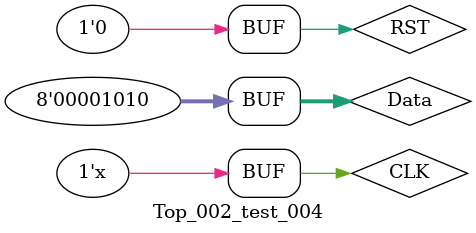
<source format=v>
`timescale 1ns / 1ps


module Top_002_test_004;

	// Inputs
	reg CLK;
	reg RST;
	reg [7:0] Data;

	// Outputs
	wire [7:0] Dis;
	wire [3:0] Cs;

	// Instantiate the Unit Under Test (UUT)
	Top_002 uut (
		.CLK(CLK), 
		.RST(RST), 
		.Data(Data), 
		.Dis(Dis), 
		.Cs(Cs)
	);

	initial begin
		// Initialize Inputs
		CLK = 0;
		RST = 0;
		Data = 10;

		// Wait 100 ns for global reset to finish
		#100;
        
		// Add stimulus here
	end
     
	always #5 CLK = !CLK;  
	
endmodule


</source>
